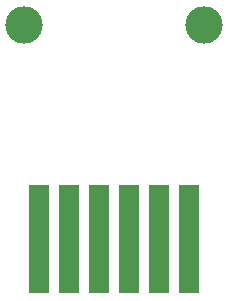
<source format=gbr>
G04 DipTrace 2.4.0.2*
%INBottomMask.gbr*%
%MOIN*%
%ADD22C,0.125*%
%ADD27R,0.069X0.364*%
%FSLAX44Y44*%
G04*
G70*
G90*
G75*
G01*
%LNBotMask*%
%LPD*%
D27*
X2500Y1875D3*
X1500D3*
X500D3*
X-500D3*
X-1500D3*
X-2500D3*
D22*
X-3000Y9000D3*
X3000D3*
M02*

</source>
